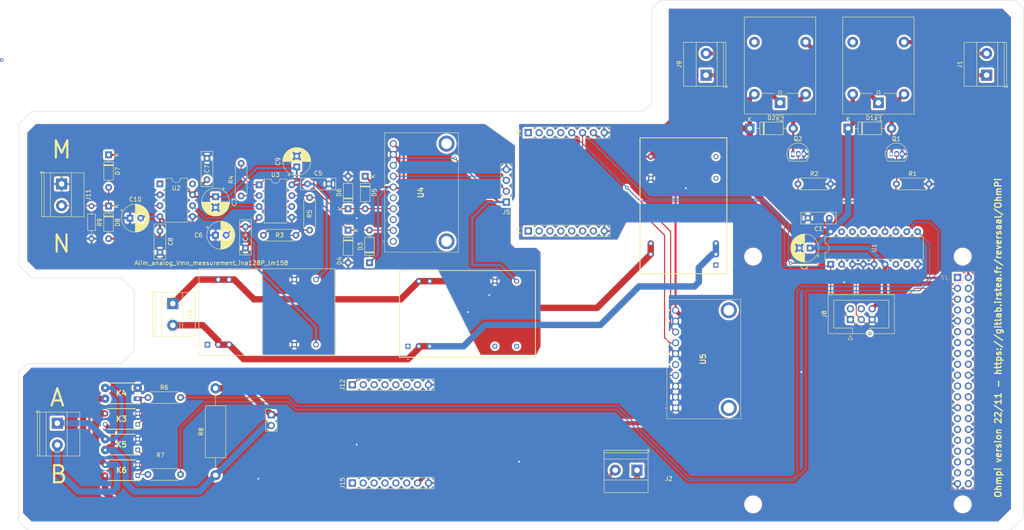
<source format=kicad_pcb>
(kicad_pcb (version 20211014) (generator pcbnew)
  (layers (0 "F.Cu" signal) (31 "B.Cu" signal) (34 "B.Paste" user) (35 "F.Paste" user) (36 "B.SilkS" user "B.Silkscreen") (37 "F.SilkS" user "F.Silkscreen") (38 "B.Mask" user) (39 "F.Mask" user) (44 "Edge.Cuts" user))
  (net 0 "")
  (net 1 "5VD")
  (net 2 "GNDD")
  (net 3 "GNDA")
  (net 4 "Net-(D1-Pad2)")
  (net 5 "Net-(D3-Pad2)")
  (net 7 "SDA1")
  (net 9 "SCL1")
  (net 11 "Net-(K3-Pad1)")
  (net 12 "Net-(R3-Pad1)")
  (net 13 "Net-(R3-Pad2)")
  (net 14 "Net-(R4-Pad1)")
  (net 15 "SCL2")
  (net 16 "SDA2")
  (net 19 "AN")
  (net 62 "/Relay_switch_dsp/out_12v_DSP")
  (net 63 "/Relay_switch_dsp/out_GND_DSP")
  (net 64 "/Current_injection_and_measurement/Input_DSP_+_alim")
  (net 65 "/Current_injection_and_measurement/Input_DSP_GND_alim")
  (net 66 "+12V_TX_bat")
  (net 67 "GND_TX_bat")
  (net 68 "/Vmn_measurement/Electrode_M")
  (net 69 "+12V_RX_bat")
  (net 70 "GND_RX_bat")
  (net 72 "-12V_A")
  (net 73 "+12V_A")
  (net 80 "5VA")
  (net 81 "Net-(J14-Pad2)")
  (net 82 "Net-(D5-Pad2)")
  (net 83 "GP2")
  (net 84 "GP3")
  (net 85 "GP0")
  (net 86 "Net-(K5-Pad1)")
  (net 87 "GP1")
  (net 89 "Net-(D2-Pad2)")
  (net 114 "/Current_injection_and_measurement/A")
  (net 115 "/Current_injection_and_measurement/B")
  (footprint "TerminalBlock_Phoenix:TerminalBlock_Phoenix_MKDS-1,5-2-5.08_1x02_P5.08mm_Horizontal" (layer "F.Cu") (at 253.305 48.545 90)
    (fp_text reference "J1")
    (fp_text value "DSP_out_12v_GND")
  )
  (footprint "Resistor_THT:R_Axial_DIN0207_L6.3mm_D2.5mm_P7.62mm_Horizontal" (layer "F.Cu") (at 232.19 74)
    (fp_text reference "R1")
    (fp_text value "100k")
  )
  (footprint "TerminalBlock_Phoenix:TerminalBlock_Phoenix_MKDS-1,5-2-5.08_1x02_P5.08mm_Horizontal" (layer "F.Cu") (at 187.695 48.545 90)
    (fp_text reference "J9")
    (fp_text value "TX_bat")
  )
  (footprint "Relay_THT:Relay_SPDT_Omron-G5LE-1" (layer "F.Cu") (at 228 55 180)
    (fp_text reference "K1")
    (fp_text value "G5LE-1")
  )
  (footprint "Resistor_THT:R_Axial_DIN0207_L6.3mm_D2.5mm_P7.62mm_Horizontal" (layer "F.Cu") (at 84.19 86)
    (fp_text reference "R3")
    (fp_text value "1k")
  )
  (footprint "" (layer "F.Cu") (at 247.71 150)
    (fp_text reference "")
    (fp_text value "")
  )
  (footprint "Resistor_THT:R_Axial_DIN0204_L3.6mm_D1.6mm_P7.62mm_Horizontal" (layer "F.Cu") (at 44 79.19 -90)
    (fp_text reference "R9")
    (fp_text value "20 Mohms")
  )
  (footprint "" (layer "F.Cu") (at 247.71 91)
    (fp_text reference "")
    (fp_text value "")
  )
  (footprint "Resistor_THT:R_Axial_DIN0207_L6.3mm_D2.5mm_P7.62mm_Horizontal" (layer "F.Cu") (at 209.19 74)
    (fp_text reference "R2")
    (fp_text value "100k")
  )
  (footprint "AQY211EH:DIP762W47P254L478H340Q4N" (layer "F.Cu") (at 51 129 180)
    (fp_text reference "K3")
    (fp_text value "AQY212EH" hide)
  )
  (footprint "Diode_THT:D_DO-35_SOD27_P7.62mm_Horizontal" (layer "F.Cu") (at 48 79.19 -90)
    (fp_text reference "D8")
    (fp_text value "1N4148")
  )
  (footprint "Capacitor_THT:C_Disc_D8.0mm_W2.5mm_P5.00mm" (layer "F.Cu") (at 71 73 90)
    (fp_text reference "C7")
    (fp_text value "100nF")
  )
  (footprint "Connector_PinHeader_2.54mm:PinHeader_1x08_P2.54mm_Vertical" (layer "F.Cu") (at 146.125 85 90)
    (fp_text reference "J4")
    (fp_text value "Conn_01x08_Female")
  )
  (footprint "Connector_PinHeader_2.54mm:PinHeader_1x08_P2.54mm_Vertical" (layer "F.Cu") (at 146.125 62 90)
    (fp_text reference "J6")
    (fp_text value "Conn_01x08_Female")
  )
  (footprint "Connector_PinHeader_2.54mm:PinHeader_1x04_P2.54mm_Vertical" (layer "F.Cu") (at 141 78.25 180)
    (fp_text reference "J5")
    (fp_text value "Conn_01x04_Female")
  )
  (footprint "1085:1085" (layer "F.Cu") (at 114.571 87.43 -90)
    (fp_text reference "U4")
    (fp_text value "1115-Adress=0X49" hide)
  )
  (footprint "Package_DIP:DIP-18_W7.62mm" (layer "F.Cu") (at 216.85 92.8 90)
    (fp_text reference "U1")
    (fp_text value "MCP23008-xP")
  )
  (footprint "THD_15-1222N:CONV_THD_15-1222N" (layer "F.Cu") (at 85 104)
    (fp_text reference "Alim_analog_Vmn_measurement_ina128P_lm158")
    (fp_text value "THD_15-1222N")
  )
  (footprint "Connector_IDC:IDC-Header_2x03_P2.54mm_Vertical" (layer "F.Cu") (at 221.455 105.7525 90)
    (fp_text reference "J8")
    (fp_text value "Connector_I2C_for_mux_or_tools")
  )
  (footprint "Capacitor_THT:CP_Radial_D6.3mm_P2.50mm" (layer "F.Cu") (at 92 70 90)
    (fp_text reference "C9")
    (fp_text value "10uF")
  )
  (footprint "Capacitor_THT:C_Disc_D8.0mm_W2.5mm_P5.00mm" (layer "F.Cu") (at 80 84 -90)
    (fp_text reference "C4")
    (fp_text value "100nF")
  )
  (footprint "Connector_PinHeader_2.54mm:PinHeader_1x02_P2.54mm_Vertical" (layer "F.Cu") (at 86.045 128.015)
    (fp_text reference "J14" hide)
    (fp_text value "Conn_01x02_Female")
  )
  (footprint "Resistor_THT:R_Axial_DIN0207_L6.3mm_D2.5mm_P7.62mm_Horizontal" (layer "F.Cu") (at 57.19 124)
    (fp_text reference "R6")
    (fp_text value "1k")
  )
  (footprint "Resistor_THT:R_Axial_DIN0207_L6.3mm_D2.5mm_P7.62mm_Horizontal" (layer "F.Cu") (at 79 76.81 90)
    (fp_text reference "R4")
    (fp_text value "1k")
  )
  (footprint "Diode_THT:D_DO-35_SOD27_P7.62mm_Horizontal" (layer "F.Cu") (at 48 67.19 -90)
    (fp_text reference "D7")
    (fp_text value "1N4148")
  )
  (footprint "Diode_THT:D_DO-35_SOD27_P7.62mm_Horizontal" (layer "F.Cu") (at 108 72.19 -90)
    (fp_text reference "D5")
    (fp_text value "BAT86")
  )
  (footprint "AQY211EH:DIP762W47P254L478H340Q4N" (layer "F.Cu") (at 51 135 180)
    (fp_text reference "K5")
    (fp_text value "AQY212EH" hide)
  )
  (footprint "Resistor_THT:R_Axial_DIN0207_L6.3mm_D2.5mm_P7.62mm_Horizontal" (layer "F.Cu") (at 57.19 142)
    (fp_text reference "R7")
    (fp_text value "1k")
  )
  (footprint "TerminalBlock_Phoenix:TerminalBlock_Phoenix_MKDS-1,5-2-5.08_1x02_P5.08mm_Horizontal" (layer "F.Cu") (at 36 130 -90)
    (fp_text reference "J3" hide)
    (fp_text value "Screw_Terminal_AB" hide)
  )
  (footprint "AQY211EH:DIP762W47P254L478H340Q4N" (layer "F.Cu") (at 51 141 180)
    (fp_text reference "K6")
    (fp_text value "AQY212EH" hide)
  )
  (footprint "Package_TO_SOT_THT:TO-92L_Inline" (layer "F.Cu") (at 231 67)
    (fp_text reference "Q1")
    (fp_text value "ZVN4206ASTZ")
  )
  (footprint "" (layer "F.Cu") (at 203 149)
    (fp_text reference "")
    (fp_text value "")
  )
  (footprint "Capacitor_THT:CP_Radial_D6.3mm_P2.50mm" (layer "F.Cu") (at 53 82)
    (fp_text reference "C10")
    (fp_text value "10uF")
  )
  (footprint "Capacitor_THT:CP_Radial_D6.3mm_P2.50mm" (layer "F.Cu") (at 212 89 180)
    (fp_text reference "C2")
    (fp_text value "10uF")
  )
  (footprint "TerminalBlock_Phoenix:TerminalBlock_Phoenix_MKDS-1,5-2-5.08_1x02_P5.08mm_Horizontal" (layer "F.Cu") (at 171.545 141 180)
    (fp_text reference "J2")
    (fp_text value "DPS5005_input_0_to_50V")
  )
  (footprint "Diode_THT:D_DO-35_SOD27_P7.62mm_Horizontal" (layer "F.Cu") (at 104 79.81 90)
    (fp_text reference "D6")
    (fp_text value "BAT86")
  )
  (footprint "1085:1085" (layer "F.Cu") (at 180.571 126.43 -90)
    (fp_text reference "U5")
    (fp_text value "1115-Adress=0X48" hide)
  )
  (footprint "AQY211EH:DIP762W47P254L478H340Q4N" (layer "F.Cu") (at 51 123 180)
    (fp_text reference "K4")
    (fp_text value "AQY212EH" hide)
  )
  (footprint "THD_15-1211N:THD151211N" (layer "F.Cu") (at 118 112 90)
    (fp_text reference "Alim_5V_I2C_isolator_Vmn_measurement1" hide)
    (fp_text value "THD_15-1211N" hide)
  )
  (footprint "Resistor_THT:R_Axial_DIN0207_L6.3mm_D2.5mm_P7.62mm_Horizontal" (layer "F.Cu") (at 95 84.81 90)
    (fp_text reference "R5")
    (fp_text value "1k")
  )
  (footprint "Diode_THT:D_DO-41_SOD81_P10.16mm_Horizontal" (layer "F.Cu") (at 197.92 61)
    (fp_text reference "D2")
    (fp_text value "1N4001")
  )
  (footprint "Diode_THT:D_DO-35_SOD27_P7.62mm_Horizontal" (layer "F.Cu") (at 109 92.43 90)
    (fp_text reference "D3")
    (fp_text value "BAT86")
  )
  (footprint "Connector_PinHeader_2.54mm:PinHeader_1x08_P2.54mm_Vertical" (layer "F.Cu") (at 105 121 90)
    (fp_text reference "J12")
    (fp_text value "Conn_01x08_Female")
  )
  (footprint "Diode_THT:D_DO-41_SOD81_P10.16mm_Horizontal" (layer "F.Cu") (at 220.92 61)
    (fp_text reference "D1")
    (fp_text value "1N4001")
  )
  (footprint "Package_DIP:DIP-8_W7.62mm" (layer "F.Cu") (at 83.2 74.2)
    (fp_text reference "U3")
    (fp_text value "LM358")
  )
  (footprint "" (layer "F.Cu") (at 202 91)
    (fp_text reference "")
    (fp_text value "")
  )
  (footprint "Relay_THT:Relay_SPDT_Omron-G5LE-1" (layer "F.Cu") (at 205 55 180)
    (fp_text reference "K2")
    (fp_text value "G5LE-1")
  )
  (footprint "Capacitor_THT:C_Disc_D8.0mm_W2.5mm_P5.00mm" (layer "F.Cu") (at 60 85 -90)
    (fp_text reference "C8")
    (fp_text value "100nF")
  )
  (footprint "THD_15-1211N:THD151211N" (layer "F.Cu") (at 190 93 180)
    (fp_text reference "Alim_5V_Digital_rasp_iso1540_mcp23008_current_7_click1" hide)
    (fp_text value "THD_15-1211N" hide)
  )
  (footprint "Capacitor_THT:CP_Radial_D6.3mm_P2.50mm" (layer "F.Cu") (at 73 77 -90)
    (fp_text reference "C3")
    (fp_text value "10uF")
  )
  (footprint "Capacitor_THT:CP_Radial_D6.3mm_P2.50mm" (layer "F.Cu") (at 73 86)
    (fp_text reference "C6")
    (fp_text value "10uF")
  )
  (footprint "Capacitor_THT:C_Disc_D8.0mm_W2.5mm_P5.00mm" (layer "F.Cu") (at 94.5 74)
    (fp_text reference "C5")
    (fp_text value "100nF")
  )
  (footprint "Package_DIP:DIP-8_W7.62mm" (layer "F.Cu") (at 60 74)
    (fp_text reference "U2")
    (fp_text value "INA128")
  )
  (footprint "TerminalBlock_Phoenix:TerminalBlock_Phoenix_MKDS-1,5-2-5.08_1x02_P5.08mm_Horizontal" (layer "F.Cu") (at 63 102 -90)
    (fp_text reference "J16")
    (fp_text value "RX_bat")
  )
  (footprint "Capacitor_THT:C_Disc_D8.0mm_W2.5mm_P5.00mm" (layer "F.Cu") (at 216.5 82 180)
    (fp_text reference "C1")
    (fp_text value "100nF")
  )
  (footprint "Diode_THT:D_DO-35_SOD27_P7.62mm_Horizontal" (layer "F.Cu") (at 104 84.81 -90)
    (fp_text reference "D4")
    (fp_text value "BAT86")
  )
  (footprint "Resistor_THT:R_Axial_DIN0414_L11.9mm_D4.5mm_P20.32mm_Horizontal" (layer "F.Cu") (at 73 142.16 90)
    (fp_text reference "R8")
    (fp_text value "2")
  )
  (footprint "TerminalBlock_Phoenix:TerminalBlock_Phoenix_MKDS-1,5-2-5.08_1x02_P5.08mm_Horizontal" (layer "F.Cu") (at 37 74 -90)
    (fp_text reference "J11")
    (fp_text value "Screw_Terminal_VMN")
  )
  (footprint "Connector_PinHeader_2.54mm:PinHeader_1x08_P2.54mm_Vertical" (layer "F.Cu") (at 105 144 90)
    (fp_text reference "J15")
    (fp_text value "Conn_01x08_Female")
  )
  (footprint "Package_TO_SOT_THT:TO-92L_Inline" (layer "F.Cu") (at 208 67)
    (fp_text reference "Q2")
    (fp_text value "ZVN4206ASTZ")
  )
  (footprint "Connector_PinSocket_2.54mm:PinSocket_2x20_P2.54mm_Vertical" (layer "B.Cu") (at 246.5 95.9 180)
    (fp_text reference "J7")
    (fp_text value "Raspberry_Pi_2_3")
  )
  (gr_line (start 177 31) (end 175 33) (layer "Edge.Cuts") (width 0.1))
  (gr_line (start 51 116) (end 29 116) (layer "Edge.Cuts") (width 0.1))
  (gr_line (start 175 33) (end 175 55) (layer "Edge.Cuts") (width 0.1))
  (gr_line (start 27 93) (end 30 96) (layer "Edge.Cuts") (width 0.1))
  (gr_line (start 30 57) (end 27 60) (layer "Edge.Cuts") (width 0.1))
  (gr_line (start 54 99) (end 51 96) (layer "Edge.Cuts") (width 0.1))
  (gr_line (start 173 57) (end 30 57) (layer "Edge.Cuts") (width 0.1))
  (gr_line (start 260 31) (end 177 31) (layer "Edge.Cuts") (width 0.1))
  (gr_line (start 27 104) (end 27 104) (layer "Edge.Cuts") (width 0.1))
  (gr_line (start 262 152) (end 262 33) (layer "Edge.Cuts") (width 0.1))
  (gr_line (start 30 96) (end 51 96) (layer "Edge.Cuts") (width 0.1))
  (gr_line (start 29 116) (end 27 118) (layer "Edge.Cuts") (width 0.1))
  (gr_line (start 175 55) (end 173 57) (layer "Edge.Cuts") (width 0.1))
  (gr_line (start 27 153) (end 29 155) (layer "Edge.Cuts") (width 0.1))
  (gr_line (start 29 155) (end 259 155) (layer "Edge.Cuts") (width 0.1))
  (gr_line (start 259 155) (end 262 152) (layer "Edge.Cuts") (width 0.1))
  (gr_line (start 27 118) (end 27 153) (layer "Edge.Cuts") (width 0.1))
  (gr_line (start 54 113) (end 54 99) (layer "Edge.Cuts") (width 0.1))
  (gr_line (start 27 60) (end 27 93) (layer "Edge.Cuts") (width 0.1))
  (gr_line (start 54 113) (end 51 116) (layer "Edge.Cuts") (width 0.1))
  (gr_line (start 260 31) (end 262 33) (layer "Edge.Cuts") (width 0.1))
  (gr_text "M" (at 37 66) (layer "F.SilkS") (effects (font (size 4 4) (thickness 0.5))))
  (gr_text "B" (at 36.3005 142) (layer "F.SilkS") (effects (font (size 4 4) (thickness 0.5))))
  (gr_text "Ohmpi version 22/11 - https://gitlab.irstea.fr/reversaal/OhmPi" (at 256 110 90) (layer "F.SilkS") (effects (font (size 1.5 1.5) (thickness 0.3))))
  (gr_text "N" (at 37 88) (layer "F.SilkS") (effects (font (size 4 4) (thickness 0.5))))
  (gr_text "A" (at 36 124) (layer "F.SilkS") (effects (font (size 4 4) (thickness 0.5))))
  (via (at 23 45) (size 0.8) (drill 0.4) (layers "F.Cu" "B.Cu") (net 0))
  (via (at 226 109) (size 0.8) (drill 0.4) (layers "F.Cu" "B.Cu") (net 0))
  (segment (start 183 130) (end 134.24 130) (width 1) (layer "F.Cu") (net 1))
  (segment (start 242 96) (end 244 94) (width 0.5) (layer "F.Cu") (net 1))
  (segment (start 199 53) (end 197.92 54.08) (width 1) (layer "F.Cu") (net 1))
  (segment (start 197.92 54.08) (end 197.92 61) (width 1) (layer "F.Cu") (net 1))
  (segment (start 180.571 103.57) (end 183 105.999) (width 1) (layer "F.Cu") (net 1))
  (segment (start 244 94) (end 248.342081 94) (width 0.5) (layer "F.Cu") (net 1))
  (segment (start 229.55 92.8) (end 232.75 96) (width 0.5) (layer "F.Cu") (net 1))
  (segment (start 232.75 96) (end 242 96) (width 0.5) (layer "F.Cu") (net 1))
  (segment (start 174.76 67.6) (end 166.965 67.6) (width 0.5) (layer "F.Cu") (net 1))
  (segment (start 181.36 61) (end 174.76 67.6) (width 1.5) (layer "F.Cu") (net 1))
  (segment (start 134.24 130) (end 120.24 144) (width 1) (layer "F.Cu") (net 1))
  (segment (start 180.571 72.771) (end 175.4 67.6) (width 0.5) (layer "F.Cu") (net 1))
  (segment (start 222 59.92) (end 220.92 61) (width 1) (layer "F.Cu") (net 1))
  (segment (start 197.92 61) (end 181.36 61) (width 1.5) (layer "F.Cu") (net 1))
  (segment (start 166.965 67.6) (end 161.365 62) (width 0.5) (layer "F.Cu") (net 1))
  (segment (start 180.571 103.57) (end 180.571 72.771) (width 0.5) (layer "F.Cu") (net 1))
  (segment (start 249.04 94.697919) (end 249.04 95.9) (width 0.5) (layer "F.Cu") (net 1))
  (segment (start 216.85 85.18) (end 208.18 85.18) (width 1.5) (layer "F.Cu") (net 1))
  (segment (start 197.92 74.92) (end 197.92 61) (width 1.5) (layer "F.Cu") (net 1))
  (segment (start 248.342081 94) (end 249.04 94.697919) (width 0.5) (layer "F.Cu") (net 1))
  (segment (start 208.18 85.18) (end 197.92 74.92) (width 1.5) (layer "F.Cu") (net 1))
  (segment (start 222 53) (end 222 59.92) (width 1) (layer "F.Cu") (net 1))
  (segment (start 229.55 100.1975) (end 226.535 103.2125) (width 1) (layer "F.Cu") (net 1))
  (segment (start 229.55 92.8) (end 229.55 100.1975) (width 1) (layer "F.Cu") (net 1))
  (segment (start 183 105.999) (end 183 130) (width 1) (layer "F.Cu") (net 1))
  (segment (start 225.75 89) (end 229.55 92.8) (width 1) (layer "B.Cu") (net 1))
  (segment (start 220.92 61) (end 220.92 81.11) (width 1.5) (layer "B.Cu") (net 1))
  (segment (start 216.5 82) (end 216.5 84.83) (width 1.5) (layer "B.Cu") (net 1))
  (segment (start 212 89) (end 225.75 89) (width 1) (layer "B.Cu") (net 1))
  (segment (start 213.03 89) (end 216.85 85.18) (width 1) (layer "B.Cu") (net 1))
  (segment (start 216.5 84.83) (end 216.85 85.18) (width 1.5) (layer "B.Cu") (net 1))
  (segment (start 212 89) (end 213.03 89) (width 1) (layer "B.Cu") (net 1))
  (segment (start 220.92 81.11) (end 216.85 85.18) (width 1.5) (layer "B.Cu") (net 1))
  (via (at 220 97) (size 0.8) (drill 0.4) (layers "F.Cu" "B.Cu") (net 2))
  (via (at 83 143) (size 0.8) (drill 0.4) (layers "F.Cu" "B.Cu") (net 2))
  (via (at 183 75) (size 0.8) (drill 0.4) (layers "F.Cu" "B.Cu") (net 2))
  (via (at 210 118) (size 0.8) (drill 0.4) (layers "F.Cu" "B.Cu") (net 2))
  (via (at 144 139) (size 0.8) (drill 0.4) (layers "F.Cu" "B.Cu") (net 2))
  (via (at 106 135) (size 0.8) (drill 0.4) (layers "F.Cu" "B.Cu") (net 2))
  (via (at 137 100) (size 0.8) (drill 0.4) (layers "F.Cu" "B.Cu") (net 3))
  (via (at 106 82) (size 0.8) (drill 0.4) (layers "F.Cu" "B.Cu") (net 3))
  (via (at 132 104) (size 0.8) (drill 0.4) (layers "F.Cu" "B.Cu") (net 3))
  (segment (start 231.08 61) (end 231.08 55.92) (width 1) (layer "F.Cu") (net 4))
  (segment (start 231.08 61) (end 231.08 66.92) (width 0.5) (layer "F.Cu") (net 4))
  (segment (start 231.08 55.92) (end 234 53) (width 1) (layer "F.Cu") (net 4))
  (segment (start 90.82 76.74) (end 94.55 76.74) (width 0.25) (layer "F.Cu") (net 5))
  (segment (start 104 84.81) (end 109 84.81) (width 0.25) (layer "F.Cu") (net 5))
  (segment (start 94.55 76.74) (end 95 77.19) (width 0.25) (layer "F.Cu") (net 5))
  (segment (start 109 84.81) (end 114.491 84.81) (width 0.25) (layer "F.Cu") (net 5))
  (segment (start 96.38 77.19) (end 104 84.81) (width 0.25) (layer "F.Cu") (net 5))
  (segment (start 114.491 84.81) (end 114.571 84.89) (width 0.25) (layer "F.Cu") (net 5))
  (segment (start 95 77.19) (end 96.38 77.19) (width 0.25) (layer "F.Cu") (net 5))
  (segment (start 213.46 92.54) (end 215 91) (width 0.25) (layer "F.Cu") (net 7))
  (segment (start 178 86) (end 178 110) (width 0.25) (layer "F.Cu") (net 7))
  (segment (start 215 91) (end 219 91) (width 0.25) (layer "F.Cu") (net 7))
  (segment (start 222.820489 96.230489) (end 219.39 92.8) (width 0.2) (layer "F.Cu") (net 7))
  (segment (start 219.39 91.39) (end 219.39 92.8) (width 0.25) (layer "F.Cu") (net 7))
  (segment (start 223.995 105.7525) (end 226.2425 108) (width 0.2) (layer "F.Cu") (net 7))
  (segment (start 207.46 92.54) (end 213.46 92.54) (width 0.25) (layer "F.Cu") (net 7))
  (segment (start 179.19 111.19) (end 180.571 111.19) (width 0.25) (layer "F.Cu") (net 7))
  (segment (start 223.995 105.7525) (end 222.820489 104.577989) (width 0.2) (layer "F.Cu") (net 7))
  (segment (start 219 91) (end 219.39 91.39) (width 0.25) (layer "F.Cu") (net 7))
  (segment (start 222.820489 104.577989) (end 222.820489 96.230489) (width 0.2) (layer "F.Cu") (net 7))
  (segment (start 158.825 66.825) (end 178 86) (width 0.25) (layer "F.Cu") (net 7))
  (segment (start 227 108) (end 236.56 98.44) (width 0.2) (layer "F.Cu") (net 7))
  (segment (start 178 110) (end 179.19 111.19) (width 0.25) (layer "F.Cu") (net 7))
  (segment (start 158.825 62) (end 158.825 66.825) (width 0.25) (layer "F.Cu") (net 7))
  (segment (start 226.2425 108) (end 227 108) (width 0.2) (layer "F.Cu") (net 7))
  (segment (start 236.56 98.44) (end 246.5 98.44) (width 0.2) (layer "F.Cu") (net 7))
  (via (at 207.46 92.54) (size 0.8) (drill 0.4) (layers "F.Cu" "B.Cu") (net 7))
  (segment (start 201.186198 77.55048) (end 207 83.364282) (width 0.25) (layer "B.Cu") (net 7))
  (segment (start 171.9125 75.0875) (end 174.37548 77.55048) (width 0.25) (layer "B.Cu") (net 7))
  (segment (start 174.37548 77.55048) (end 201.186198 77.55048) (width 0.25) (layer "B.Cu") (net 7))
  (segment (start 207 83.364282) (end 207 92.08) (width 0.25) (layer "B.Cu") (net 7))
  (segment (start 158.825 62) (end 171.9125 75.0875) (width 0.25) (layer "B.Cu") (net 7))
  (segment (start 207 92.08) (end 207.46 92.54) (width 0.25) (layer "B.Cu") (net 7))
  (segment (start 179.413989 107.492989) (end 179.413989 85.128989) (width 0.25) (layer "F.Cu") (net 9))
  (segment (start 225.7025 110) (end 221.455 105.7525) (width 0.25) (layer "F.Cu") (net 9))
  (segment (start 227 110) (end 225.7025 110) (width 0.25) (layer "F.Cu") (net 9))
  (segment (start 236.02 100.98) (end 227 110) (width 0.25) (layer "F.Cu") (net 9))
  (segment (start 216.85 92.8) (end 216.85 101.1475) (width 0.25) (layer "F.Cu") (net 9))
  (segment (start 180.571 108.65) (end 179.413989 107.492989) (width 0.25) (layer "F.Cu") (net 9))
  (segment (start 216.85 101.1475) (end 221.455 105.7525) (width 0.25) (layer "F.Cu") (net 9))
  (segment (start 246.5 100.98) (end 236.02 100.98) (width 0.25) (layer "F.Cu") (net 9))
  (segment (start 179.413989 85.128989) (end 169.1425 74.8575) (width 0.25) (layer "F.Cu") (net 9))
  (via (at 169.1425 74.8575) (size 0.8) (drill 0.4) (layers "F.Cu" "B.Cu") (net 9))
  (segment (start 206.184511 93.264511) (end 216.385489 93.264511) (width 0.25) (layer "B.Cu") (net 9))
  (segment (start 156.285 62) (end 169.1425 74.8575) (width 0.25) (layer "B.Cu") (net 9))
  (segment (start 169.1425 74.8575) (end 172.285 78) (width 0.25) (layer "B.Cu") (net 9))
  (segment (start 201 78) (end 206 83) (width 0.25) (layer "B.Cu") (net 9))
  (segment (start 206 93.08) (end 206.184511 93.264511) (width 0.25) (layer "B.Cu") (net 9))
  (segment (start 172.285 78) (end 201 78) (width 0.25) (layer "B.Cu") (net 9))
  (segment (start 206 83) (end 206 93.08) (width 0.25) (layer "B.Cu") (net 9))
  (segment (start 216.385489 93.264511) (end 216.85 92.8) (width 0.25) (layer "B.Cu") (net 9))
  (segment (start 55.669511 125.129511) (end 55.669511 129.410489) (width 0.25) (layer "F.Cu") (net 11))
  (segment (start 55.08 124) (end 54.81 124.27) (width 0.25) (layer "F.Cu") (net 11))
  (segment (start 54.81 124.27) (end 55.669511 125.129511) (width 0.25) (layer "F.Cu") (net 11))
  (segment (start 55.669511 129.410489) (end 54.81 130.27) (width 0.25) (layer "F.Cu") (net 11))
  (segment (start 57.19 124) (end 55.08 124) (width 0.25) (layer "F.Cu") (net 11))
  (segment (start 84.19 86) (end 84.989999 85.200001) (width 0.25) (layer "F.Cu") (net 12))
  (segment (start 84.989999 81.069999) (end 83.2 79.28) (width 0.25) (layer "F.Cu") (net 12))
  (segment (start 84.989999 85.200001) (end 84.989999 81.069999) (width 0.25) (layer "F.Cu") (net 12))
  (segment (start 67.62 79.08) (end 70.54 82) (width 0.25) (layer "B.Cu") (net 12))
  (segment (start 70.54 82) (end 74 82) (width 0.25) (layer "B.Cu") (net 12))
  (segment (start 76.72 79.28) (end 83.2 79.28) (width 0.25) (layer "B.Cu") (net 12))
  (segment (start 74 82) (end 76.72 79.28) (width 0.25) (layer "B.Cu") (net 12))
  (segment (start 91.81 86) (end 90 86) (width 0.25) (layer "F.Cu") (net 13))
  (segment (start 89 85) (end 89 80) (width 0.25) (layer "F.Cu") (net 13))
  (segment (start 90 86) (end 89 85) (width 0.25) (layer "F.Cu") (net 13))
  (segment (start 89 80) (end 89.72 79.28) (width 0.25) (layer "F.Cu") (net 13))
  (segment (start 89.72 79.28) (end 90.82 79.28) (width 0.25) (layer "F.Cu") (net 13))
  (segment (start 95 84.81) (end 93 84.81) (width 0.25) (layer "F.Cu") (net 13))
  (segment (start 93 84.81) (end 91.81 86) (width 0.25) (layer "F.Cu") (net 13))
  (segment (start 83.2 76.74) (end 79.07 76.74) (width 0.25) (layer "F.Cu") (net 14))
  (segment (start 79.07 76.74) (end 79 76.81) (width 0.25) (layer "F.Cu") (net 14))
  (segment (start 129 68) (end 134.96 73.96) (width 0.25) (layer "F.Cu") (net 15))
  (segment (start 139.25 73.96) (end 141 75.71) (width 0.25) (layer "F.Cu") (net 15))
  (segment (start 134.96 73.96) (end 139.25 73.96) (width 0.25) (layer "F.Cu") (net 15))
  (via (at 129 68) (size 0.8) (drill 0.4) (layers "F.Cu" "B.Cu") (net 15))
  (segment (start 116.221 68) (end 129 68) (width 0.25) (layer "B.Cu") (net 15))
  (segment (start 114.571 69.65) (end 116.221 68) (width 0.25) (layer "B.Cu") (net 15))
  (segment (start 140.02 72.19) (end 141 73.17) (width 0.25) (layer "B.Cu") (net 16))
  (segment (start 114.571 72.19) (end 140.02 72.19) (width 0.25) (layer "B.Cu") (net 16))
  (segment (start 107.19 118.81) (end 105 121) (width 0.25) (layer "F.Cu") (net 19))
  (segment (start 180.571 118.81) (end 107.19 118.81) (width 0.25) (layer "F.Cu") (net 19))
  (segment (start 243.545 48.545) (end 239 44) (width 1) (layer "F.Cu") (net 62))
  (segment (start 214.2 44) (end 211 40.8) (width 1) (layer "F.Cu") (net 62))
  (segment (start 253.305 48.545) (end 243.545 48.545) (width 1) (layer "F.Cu") (net 62))
  (segment (start 239 44) (end 214.2 44) (width 1) (layer "F.Cu") (net 62))
  (segment (start 245.8 40.8) (end 248.465 43.465) (width 1) (layer "F.Cu") (net 63))
  (segment (start 248.465 43.465) (end 253.305 43.465) (width 1) (layer "F.Cu") (net 63))
  (segment (start 234 40.8) (end 245.8 40.8) (width 1) (layer "F.Cu") (net 63))
  (segment (start 51 150) (end 47.19 146.19) (width 1.5) (layer "F.Cu") (net 64))
  (segment (start 171.545 141) (end 171.545 143.455) (width 1.5) (layer "F.Cu") (net 64))
  (segment (start 42.73 124.27) (end 42 125) (width 1.5) (layer "F.Cu") (net 64))
  (segment (start 171.545 143.455) (end 165 150) (width 1.5) (layer "F.Cu") (net 64))
  (segment (start 47.19 124.27) (end 42.73 124.27) (width 1.5) (layer "F.Cu") (net 64))
  (segment (start 47.19 146.19) (end 47.19 142.27) (width 1.5) (layer "F.Cu") (net 64))
  (segment (start 165 150) (end 51 150) (width 1.5) (layer "F.Cu") (net 64))
  (segment (start 43.27 142.27) (end 47.19 142.27) (width 1.5) (layer "F.Cu") (net 64))
  (segment (start 42 141) (end 43.27 142.27) (width 1.5) (layer "F.Cu") (net 64))
  (segment (start 42 125) (end 42 141) (width 1.5) (layer "F.Cu") (net 64))
  (segment (start 92 147) (end 160.535 147) (width 0.75) (layer "F.Cu") (net 65))
  (segment (start 86.045 128.015) (end 90.015 128.015) (width 0.75) (layer "F.Cu") (net 65))
  (segment (start 91 129) (end 91 146) (width 0.75) (layer "F.Cu") (net 65))
  (segment (start 90.015 128.015) (end 91 129) (width 0.75) (layer "F.Cu") (net 65))
  (segment (start 91 146) (end 92 147) (width 0.75) (layer "F.Cu") (net 65))
  (segment (start 73 121.84) (end 79.87 121.84) (width 1.5) (layer "F.Cu") (net 65))
  (segment (start 160.535 146.93) (end 166.465 141) (width 0.75) (layer "F.Cu") (net 65))
  (segment (start 160.535 147) (end 160.535 146.93) (width 0.75) (layer "F.Cu") (net 65))
  (segment (start 79.87 121.84) (end 86.045 128.015) (width 1.5) (layer "F.Cu") (net 65))
  (segment (start 187.695 48.545) (end 198.545 48.545) (width 1) (layer "F.Cu") (net 66))
  (segment (start 198.545 48.545) (end 205 55) (width 1) (layer "F.Cu") (net 66))
  (segment (start 187.695 43.465) (end 208.465 43.465) (width 1) (layer "F.Cu") (net 67))
  (segment (start 223 50) (end 228 55) (width 1) (layer "F.Cu") (net 67))
  (segment (start 208.465 43.465) (end 215 50) (width 1) (layer "F.Cu") (net 67))
  (segment (start 215 50) (end 223 50) (width 1) (layer "F.Cu") (net 67))
  (segment (start 60 79.08) (end 48.11 79.08) (width 0.25) (layer "F.Cu") (net 68))
  (segment (start 37 79.08) (end 47.89 79.08) (width 0.25) (layer "F.Cu") (net 68))
  (segment (start 48 74.81) (end 48 79.19) (width 0.25) (layer "F.Cu") (net 68))
  (segment (start 120.54 96.76) (end 123.08 96.76) (width 1.5) (layer "F.Cu") (net 69))
  (segment (start 123.08 96.76) (end 129.76 96.76) (width 1.5) (layer "F.Cu") (net 69))
  (segment (start 116.3 101) (end 120.54 96.76) (width 1.5) (layer "F.Cu") (net 69))
  (segment (start 129.76 96.76) (end 136 103) (width 1.5) (layer "F.Cu") (net 69))
  (segment (start 174.76 87.92) (end 174.76 90.46) (width 1.5) (layer "F.Cu") (net 69))
  (segment (start 76.18 96.38) (end 77.38 96.38) (width 1.5) (layer "F.Cu") (net 69))
  (segment (start 77.38 96.38) (end 82 101) (width 1.5) (layer "F.Cu") (net 69))
  (segment (start 162.22 103) (end 174.76 90.46) (width 1.5) (layer "F.Cu") (net 69))
  (segment (start 136 103) (end 162.22 103) (width 1.5) (layer "F.Cu") (net 69))
  (segment (start 76.18 96.38) (end 73.64 96.38) (width 1.5) (layer "F.Cu") (net 69))
  (segment (start 73.64 96.38) (end 68.62 96.38) (width 1.5) (layer "F.Cu") (net 69))
  (segment (start 82 101) (end 116.3 101) (width 1.5) (layer "F.Cu") (net 69))
  (segment (start 68.62 96.38) (end 63 102) (width 1.5) (layer "F.Cu") (net 69))
  (segment (start 120.54 112.46) (end 120.54 112) (width 1.5) (layer "F.Cu") (net 70))
  (segment (start 118 115) (end 120.54 112.46) (width 1.5) (layer "F.Cu") (net 70))
  (segment (start 76.18 111.62) (end 79.56 115) (width 1.5) (layer "F.Cu") (net 70))
  (segment (start 123.08 112) (end 120.54 112) (width 1.5) (layer "F.Cu") (net 70))
  (segment (start 73.64 111.62) (end 73.64 110.700762) (width 1.5) (layer "F.Cu") (net 70))
  (segment (start 73.64 110.700762) (end 70.019238 107.08) (width 1.5) (layer "F.Cu") (net 70))
  (segment (start 79.56 115) (end 118 115) (width 1.5) (layer "F.Cu") (net 70))
  (segment (start 70.019238 107.08) (end 63 107.08) (width 1.5) (layer "F.Cu") (net 70))
  (segment (start 73.64 111.62) (end 76.18 111.62) (width 1.5) (layer "F.Cu") (net 70))
  (segment (start 190 87.92) (end 190 90.46) (width 1.5) (layer "B.Cu") (net 70))
  (segment (start 131 112) (end 123.08 112) (width 1.5) (layer "B.Cu") (net 70))
  (segment (start 186 93.611472) (end 186 97) (width 1.5) (layer "B.Cu") (net 70))
  (segment (start 136 107) (end 131 112) (width 1.5) (layer "B.Cu") (net 70))
  (segment (start 163 107) (end 136 107) (width 1.5) (layer "B.Cu") (net 70))
  (segment (start 189.151472 90.46) (end 186 93.611472) (width 1.5) (layer "B.Cu") (net 70))
  (segment (start 185 98) (end 172 98) (width 1.5) (layer "B.Cu") (net 70))
  (segment (start 186 97) (end 185 98) (width 1.5) (layer "B.Cu") (net 70))
  (segment (start 190 90.46) (end 189.151472 90.46) (width 1.5) (layer "B.Cu") (net 70))
  (segment (start 172 98) (end 163 107) (width 1.5) (layer "B.Cu") (net 70))
  (segment (start 60 86) (end 59 87) (width 0.5) (layer "F.Cu") (net 72))
  (segment (start 81.02 84) (end 62.38 84) (width 0.5) (layer "F.Cu") (net 72))
  (segment (start 51.81 86.81) (end 48 86.81) (width 0.5) (layer "F.Cu") (net 72))
  (segment (start 52 87) (end 51.81 86.81) (width 0.5) (layer "F.Cu") (net 72))
  (segment (start 62.38 84) (end 60 81.62) (width 0.5) (layer "F.Cu") (net 72))
  (segment (start 80 84) (end 77.5 84) (width 0.25) (layer "F.Cu") (net 72))
  (segment (start 60 81.62) (end 60 86) (width 0.5) (layer "F.Cu") (net 72))
  (segment (start 77.5 84) (end 75.5 86) (width 0.25) (layer "F.Cu") (net 72))
  (segment (start 59 87) (end 52 87) (width 0.5) (layer "F.Cu") (net 72))
  (segment (start 83.2 81.82) (end 81.02 84) (width 0.5) (layer "F.Cu") (net 72))
  (segment (start 80 86) (end 80 84) (width 0.5) (layer "B.Cu") (net 72))
  (segment (start 55.88 81.62) (end 55.5 82) (width 0.5) (layer "B.Cu") (net 72))
  (segment (start 96.5 111.62) (end 96.5 107.5) (width 0.5) (layer "B.Cu") (net 72))
  (segment (start 60 81.62) (end 55.88 81.62) (width 0.5) (layer "B.Cu") (net 72))
  (segment (start 82 88) (end 80 86) (width 0.5) (layer "B.Cu") (net 72))
  (segment (start 96.5 107.5) (end 82 93) (width 0.5) (layer "B.Cu") (net 72))
  (segment (start 82 93) (end 82 88) (width 0.5) (layer "B.Cu") (net 72))
  (segment (start 90.82 74.2) (end 94.3 74.2) (width 0.5) (layer "F.Cu") (net 73))
  (segment (start 73 77) (end 68.08 77) (width 0.5) (layer "F.Cu") (net 73))
  (segment (start 94.3 74.2) (end 94.5 74) (width 0.5) (layer "F.Cu") (net 73))
  (segment (start 58.27 67.19) (end 48 67.19) (width 0.5) (layer "F.Cu") (net 73))
  (segment (start 67.62 76.38) (end 71 73) (width 0.5) (layer "F.Cu") (net 73))
  (segment (start 67.62 76.54) (end 67.62 76.38) (width 0.25) (layer "F.Cu") (net 73))
  (segment (start 67.62 76.54) (end 58.27 67.19) (width 0.5) (layer "F.Cu") (net 73))
  (segment (start 68.08 77) (end 67.62 76.54) (width 0.5) (layer "F.Cu") (net 73))
  (segment (start 91.685489 70.314511) (end 82.685489 70.314511) (width 0.5) (layer "B.Cu") (net 73))
  (segment (start 96 74) (end 99 77) (width 0.5) (layer "B.Cu") (net 73))
  (segment (start 82.685489 70.314511) (end 76 77) (width 0.5) (layer "B.Cu") (net 73))
  (segment (start 92 70) (end 92 73.02) (width 0.5) (layer "B.Cu") (net 73))
  (segment (start 99 77) (end 99 94) (width 0.5) (layer "B.Cu") (net 73))
  (segment (start 94.5 74) (end 96 74) (width 0.5) (layer "B.Cu") (net 73))
  (segment (start 99 94) (end 97 96) (width 0.5) (layer "B.Cu") (net 73))
  (segment (start 76 77) (end 73 77) (width 0.5) (layer "B.Cu") (net 73))
  (segment (start 92 73.02) (end 90.82 74.2) (width 0.5) (layer "B.Cu") (net 73))
  (segment (start 92 70) (end 91.685489 70.314511) (width 0.5) (layer "B.Cu") (net 73))
  (segment (start 110.54 74.73) (end 108 72.19) (width 0.5) (layer "F.Cu") (net 80))
  (segment (start 117 74) (end 120.009511 77.009511) (width 0.5) (layer "F.Cu") (net 80))
  (segment (start 137.990489 77.009511) (end 139.230978 78.25) (width 0.5) (layer "F.Cu") (net 80))
  (segment (start 114.841 75) (end 114.571 74.73) (width 0.5) (layer "F.Cu") (net 80))
  (segment (start 116 75) (end 114.841 75) (width 0.5) (layer "F.Cu") (net 80))
  (segment (start 114.571 74.73) (end 110.54 74.73) (width 0.5) (layer "F.Cu") (net 80))
  (segment (start 117 74) (end 116 75) (width 0.5) (layer "F.Cu") (net 80))
  (segment (start 117 66.999) (end 117 74) (width 0.5) (layer "F.Cu") (net 80))
  (segment (start 120.009511 77.009511) (end 137.990489 77.009511) (width 0.5) (layer "F.Cu") (net 80))
  (segment (start 114.571 64.57) (end 117 66.999) (width 0.5) (layer "F.Cu") (net 80))
  (segment (start 139.230978 78.25) (end 141 78.25) (width 0.5) (layer "F.Cu") (net 80))
  (segment (start 136.75 78.25) (end 141 78.25) (width 0.5) (layer "B.Cu") (net 80))
  (segment (start 113.27 74.73) (end 111 77) (width 0.5) (layer "B.Cu") (net 80))
  (segment (start 133 82) (end 133 93) (width 0.5) (layer "B.Cu") (net 80))
  (segment (start 133 82) (end 136.75 78.25) (width 0.5) (layer "B.Cu") (net 80))
  (segment (start 139.64 93) (end 143.4 96.76) (width 0.5) (layer "B.Cu") (net 80))
  (segment (start 133 93) (end 139.64 93) (width 0.5) (layer "B.Cu") (net 80))
  (segment (start 111 90.43) (end 109 92.43) (width 0.5) (layer "B.Cu") (net 80))
  (segment (start 111 77) (end 111 90.43) (width 0.5) (layer "B.Cu") (net 80))
  (segment (start 114.571 74.73) (end 113.27 74.73) (width 0.5) (layer "B.Cu") (net 80))
  (segment (start 48.589511 135.410489) (end 49 135) (width 1) (layer "F.Cu") (net 81))
  (segment (start 48.049511 135.410489) (end 48.589511 135.410489) (width 1) (layer "F.Cu") (net 81))
  (segment (start 49 132.08) (end 47.19 130.27) (width 1) (layer "F.Cu") (net 81))
  (segment (start 49 135) (end 49 132.08) (width 1) (layer "F.Cu") (net 81))
  (segment (start 47.19 136.27) (end 48.049511 135.410489) (width 1) (layer "F.Cu") (net 81))
  (segment (start 52 139) (end 52 144) (width 1.5) (layer "B.Cu") (net 81))
  (segment (start 47.19 136.27) (end 49.27 136.27) (width 1.5) (layer "B.Cu") (net 81))
  (segment (start 69.16 146) (end 73 142.16) (width 1.5) (layer "B.Cu") (net 81))
  (segment (start 52 144) (end 54 146) (width 1.5) (layer "B.Cu") (net 81))
  (segment (start 86.045 130.555) (end 84.605 130.555) (width 1.5) (layer "B.Cu") (net 81))
  (segment (start 84.605 130.555) (end 73 142.16) (width 1.5) (layer "B.Cu") (net 81))
  (segment (start 54 146) (end 69.16 146) (width 1.5) (layer "B.Cu") (net 81))
  (segment (start 49.27 136.27) (end 52 139) (width 1.5) (layer "B.Cu") (net 81))
  (segment (start 85.4 72) (end 96 72) (width 0.25) (layer "F.Cu") (net 82))
  (segment (start 114.571 79.81) (end 108 79.81) (width 0.25) (layer "F.Cu") (net 82))
  (segment (start 108 79.81) (end 104 79.81) (width 0.25) (layer "F.Cu") (net 82))
  (segment (start 81.2 74.2) (end 79 72) (width 0.25) (layer "F.Cu") (net 82))
  (segment (start 79 72) (end 79 69.19) (width 0.25) (layer "F.Cu") (net 82))
  (segment (start 96 72) (end 96 75) (width 0.25) (layer "F.Cu") (net 82))
  (segment (start 100.81 79.81) (end 104 79.81) (width 0.25) (layer "F.Cu") (net 82))
  (segment (start 83.2 74.2) (end 81.2 74.2) (width 0.25) (layer "F.Cu") (net 82))
  (segment (start 96 75) (end 100.81 79.81) (width 0.25) (layer "F.Cu") (net 82))
  (segment (start 83.2 74.2) (end 85.4 72) (width 0.25) (layer "F.Cu") (net 82))
  (segment (start 232.27 67) (end 232.27 73.92) (width 0.25) (layer "F.Cu") (net 83))
  (segment (start 232.27 73.92) (end 232.19 74) (width 0.25) (layer "F.Cu") (net 83))
  (segment (start 232.09 74.1) (end 232.19 74) (width 0.25) (layer "F.Cu") (net 83))
  (segment (start 232.09 85.18) (end 232.09 74.1) (width 0.25) (layer "F.Cu") (net 83))
  (segment (start 209.19 74) (end 209.19 76.19) (width 0.25) (layer "F.Cu") (net 84))
  (segment (start 209.19 76.19) (end 211 78) (width 0.25) (layer "F.Cu") (net 84))
  (segment (start 211 78) (end 228 78) (width 0.25) (layer "F.Cu") (net 84))
  (segment (start 209.27 67) (end 209.27 73.92) (width 0.25) (layer "F.Cu") (net 84))
  (segment (start 209.27 73.92) (end 209.19 74) (width 0.25) (layer "F.Cu") (net 84))
  (segment (start 229.55 79.55) (end 229.55 85.18) (width 0.25) (layer "F.Cu") (net 84))
  (segment (start 228 78) (end 229.55 79.55) (width 0.25) (layer "F.Cu") (net 84))
  (segment (start 237.17 85.18) (end 240 88.01) (width 0.25) (layer "B.Cu") (net 85))
  (segment (start 92 126) (end 90 124) (width 0.25) (layer "B.Cu") (net 85))
  (segment (start 240 96) (end 238 98) (width 0.25) (layer "B.Cu") (net 85))
  (segment (start 184 143) (end 167 126) (width 0.25) (layer "B.Cu") (net 85))
  (segment (start 167 126) (end 92 126) (width 0.25) (layer "B.Cu") (net 85))
  (segment (start 210 98) (end 209 99) (width 0.25) (layer "B.Cu") (net 85))
  (segment (start 209 142) (end 208 143) (width 0.25) (layer "B.Cu") (net 85))
  (segment (start 209 99) (end 209 142) (width 0.25) (layer "B.Cu") (net 85))
  (segment (start 238 98) (end 210 98) (width 0.25) (layer "B.Cu") (net 85))
  (segment (start 90 124) (end 64.81 124) (width 0.25) (layer "B.Cu") (net 85))
  (segment (start 240 88.01) (end 240 96) (width 0.25) (layer "B.Cu") (net 85))
  (segment (start 208 143) (end 184 143) (width 0.25) (layer "B.Cu") (net 85))
  (segment (start 54.81 136.27) (end 55.669511 137.129511) (width 0.25) (layer "F.Cu") (net 86))
  (segment (start 55.669511 141.410489) (end 54.81 142.27) (width 0.25) (layer "F.Cu") (net 86))
  (segment (start 55.669511 137.129511) (end 55.669511 141.410489) (width 0.25) (layer "F.Cu") (net 86))
  (segment (start 57.19 142) (end 55.08 142) (width 0.25) (layer "B.Cu") (net 86))
  (segment (start 237.635717 99) (end 211 99) (width 0.25) (layer "B.Cu") (net 87))
  (segment (start 242 94.635717) (end 237.635717 99) (width 0.25) (layer "B.Cu") (net 87))
  (segment (start 183.44952 143.44952) (end 166.840489 126.840489) (width 0.25) (layer "B.Cu") (net 87))
  (segment (start 234.63 85.18) (end 236.81 83) (width 0.25) (layer "B.Cu") (net 87))
  (segment (start 211 99) (end 211 140.635717) (width 0.25) (layer "B.Cu") (net 87))
  (segment (start 71 125) (end 64.81 131.19) (width 0.25) (layer "B.Cu") (net 87))
  (segment (start 90 125) (end 71 125) (width 0.25) (layer "B.Cu") (net 87))
  (segment (start 64.81 131.19) (end 64.81 142) (width 0.25) (layer "B.Cu") (net 87))
  (segment (start 166.840489 126.840489) (end 91.840489 126.840489) (width 0.25) (layer "B.Cu") (net 87))
  (segment (start 211 140.635717) (end 208.186197 143.44952) (width 0.25) (layer "B.Cu") (net 87))
  (segment (start 242 85) (end 242 94.635717) (width 0.25) (layer "B.Cu") (net 87))
  (segment (start 236.81 83) (end 240 83) (width 0.25) (layer "B.Cu") (net 87))
  (segment (start 91.840489 126.840489) (end 90 125) (width 0.25) (layer "B.Cu") (net 87))
  (segment (start 208.186197 143.44952) (end 183.44952 143.44952) (width 0.25) (layer "B.Cu") (net 87))
  (segment (start 240 83) (end 242 85) (width 0.25) (layer "B.Cu") (net 87))
  (segment (start 208.08 61) (end 208.08 66.92) (width 0.5) (layer "F.Cu") (net 89))
  (segment (start 208.08 61) (end 208.08 55.92) (width 1) (layer "F.Cu") (net 89))
  (segment (start 208.08 55.92) (end 211 53) (width 1) (layer "F.Cu") (net 89))
  (segment (start 51 124) (end 48.73 121.73) (width 1) (layer "B.Cu") (net 114))
  (segment (start 43.46 130) (end 47.19 133.73) (width 1.5) (layer "B.Cu") (net 114))
  (segment (start 51 132) (end 51 124) (width 1) (layer "B.Cu") (net 114))
  (segment (start 47.19 133.73) (end 49.27 133.73) (width 1) (layer "B.Cu") (net 114))
  (segment (start 49.27 133.73) (end 51 132) (width 1) (layer "B.Cu") (net 114))
  (segment (start 36 130) (end 43.46 130) (width 1.5) (layer "B.Cu") (net 114))
  (segment (start 48.73 121.73) (end 47.19 121.73) (width 1) (layer "B.Cu") (net 114))
  (segment (start 47.19 139.73) (end 45 137.54) (width 1.5) (layer "F.Cu") (net 115))
  (segment (start 46.27 127.73) (end 47.19 127.73) (width 1.5) (layer "F.Cu") (net 115))
  (segment (start 45 137.54) (end 45 129) (width 1.5) (layer "F.Cu") (net 115))
  (segment (start 45 129) (end 46.27 127.73) (width 1.5) (layer "F.Cu") (net 115))
  (segment (start 50 140) (end 50 145) (width 1.5) (layer "B.Cu") (net 115))
  (segment (start 36 141) (end 36 135.08) (width 1.5) (layer "B.Cu") (net 115))
  (segment (start 41 146) (end 36 141) (width 1.5) (layer "B.Cu") (net 115))
  (segment (start 49.73 139.73) (end 50 140) (width 1.5) (layer "B.Cu") (net 115))
  (segment (start 47.19 139.73) (end 49.73 139.73) (width 1.5) (layer "B.Cu") (net 115))
  (segment (start 50 145) (end 49 146) (width 1.5) (layer "B.Cu") (net 115))
  (segment (start 49 146) (end 41 146) (width 1.5) (layer "B.Cu") (net 115))
  (zone (net 2) (net_name "GNDD") (layer "F.Cu") (connect_pads (clearance 0.508)) (min_thickness 0.254) (fill yes (thermal_gap 0.508) (thermal_bridge_width 0.508))
    (polygon (pts (xy 259 150) (xy 256 153) (xy 194 153) (xy 30 153) (xy 28 151) (xy 28 119) (xy 30 117) (xy 179 117) (xy 179 100) (xy 194 100) (xy 194 83) (xy 171 83) (xy 169 83) (xy 167 87) (xy 144 87) (xy 144 60) (xy 178 60) (xy 179 59) (xy 179 33) (xy 219 33) (xy 257 33) (xy 259 35)))
  )
  (zone (net 3) (net_name "GNDA") (layers F&B.Cu) (connect_pads (clearance 0.508)) (min_thickness 0.254) (fill yes (thermal_gap 0.508) (thermal_bridge_width 0.508))
    (polygon (pts (xy 132.563614 60) (xy 136 60) (xy 143 65) (xy 143 77) (xy 142 79) (xy 142 88) (xy 143 89) (xy 148 89) (xy 149 90) (xy 149 112) (xy 148 114) (xy 135 114) (xy 125 94) (xy 101 94) (xy 101 114) (xy 84 114) (xy 84 94) (xy 31 94) (xy 29 92) (xy 29 62) (xy 31 60)))
  )
  (zone (net 2) (net_name "GNDD") (layer "B.Cu") (connect_pads (clearance 0.508)) (min_thickness 0.254) (fill yes (thermal_gap 0.508) (thermal_bridge_width 0.508))
    (polygon (pts (xy 259 35) (xy 259 94) (xy 259 150) (xy 256 153) (xy 30 153) (xy 28 151) (xy 28 119) (xy 30 117) (xy 179 117) (xy 179 100) (xy 194 100) (xy 194 83) (xy 169 83) (xy 167 87) (xy 144 87) (xy 144 60) (xy 179 60) (xy 179 33) (xy 257 33)))
  )
)
</source>
